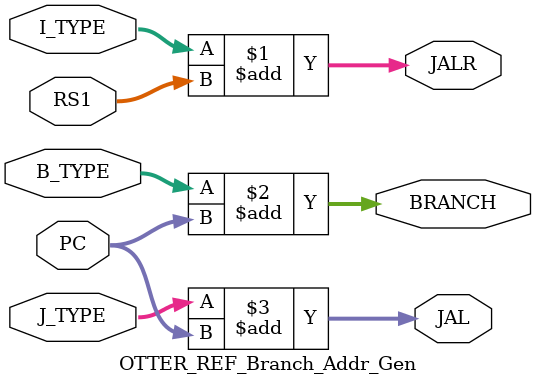
<source format=sv>
`timescale 1ns / 1ps

module OTTER_REF_Branch_Addr_Gen (
    input [31:0] PC,
    input [31:0] RS1,
    input [31:0] I_TYPE,
    input [31:0] J_TYPE,
    input [31:0] B_TYPE,
    output logic [31:0] JALR,
    output logic [31:0] BRANCH,
    output logic [31:0] JAL
);

    assign JALR = (I_TYPE + RS1);
    assign BRANCH = (B_TYPE + PC);
    assign JAL = (J_TYPE + PC);

endmodule

// End of File //

</source>
